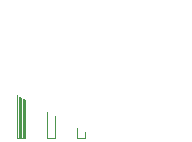
<source format=gbo>
G04 #@! TF.GenerationSoftware,KiCad,Pcbnew,9.0.1*
G04 #@! TF.CreationDate,2025-04-15T14:17:19+12:00*
G04 #@! TF.ProjectId,ESPFlash,45535046-6c61-4736-982e-6b696361645f,rev?*
G04 #@! TF.SameCoordinates,Original*
G04 #@! TF.FileFunction,Legend,Bot*
G04 #@! TF.FilePolarity,Positive*
%FSLAX46Y46*%
G04 Gerber Fmt 4.6, Leading zero omitted, Abs format (unit mm)*
G04 Created by KiCad (PCBNEW 9.0.1) date 2025-04-15 14:17:19*
%MOMM*%
%LPD*%
G01*
G04 APERTURE LIST*
G04 Aperture macros list*
%AMFreePoly0*
4,1,229,0.026192,0.903996,0.026383,0.903985,0.052383,0.901985,0.052573,0.901967,0.078573,0.898967,0.078944,0.898910,0.104944,0.893910,0.105167,0.893862,0.130167,0.887862,0.130300,0.887828,0.156300,0.880828,0.156756,0.880682,0.180756,0.871682,0.180923,0.871615,0.204923,0.861615,0.205083,0.861545,0.229083,0.850545,0.229460,0.850353,0.252460,0.837353,0.252684,0.837218,
0.296684,0.809218,0.297030,0.808977,0.318030,0.792977,0.318238,0.792810,0.338238,0.775810,0.338439,0.775630,0.357439,0.757630,0.357630,0.757439,0.375630,0.738439,0.375810,0.738238,0.392810,0.718238,0.392977,0.718030,0.408977,0.697030,0.409218,0.696684,0.437218,0.652684,0.437353,0.652460,0.450353,0.629460,0.450545,0.629083,0.461545,0.605083,0.461615,0.604923,
0.471615,0.580923,0.471682,0.580756,0.480682,0.556756,0.480828,0.556300,0.487828,0.530300,0.487862,0.530167,0.493862,0.505167,0.493910,0.504944,0.498910,0.478944,0.498967,0.478573,0.501967,0.452573,0.501985,0.452383,0.503985,0.426383,0.503996,0.426192,0.504996,0.400192,0.505000,0.400000,0.505000,-0.400000,0.504996,-0.400192,0.503996,-0.426192,0.503985,-0.426383,
0.501985,-0.452383,0.501967,-0.452573,0.498967,-0.478573,0.498910,-0.478944,0.493910,-0.504944,0.493862,-0.505167,0.487862,-0.530167,0.487828,-0.530300,0.480828,-0.556300,0.480682,-0.556756,0.471682,-0.580756,0.471615,-0.580923,0.461615,-0.604923,0.461545,-0.605083,0.450545,-0.629083,0.450353,-0.629460,0.437353,-0.652460,0.437218,-0.652684,0.409218,-0.696684,0.408977,-0.697030,
0.392977,-0.718030,0.392810,-0.718238,0.375810,-0.738238,0.375630,-0.738439,0.357630,-0.757439,0.357439,-0.757630,0.338439,-0.775630,0.338238,-0.775810,0.318238,-0.792810,0.318030,-0.792977,0.297030,-0.808977,0.296684,-0.809218,0.252684,-0.837218,0.252460,-0.837353,0.229460,-0.850353,0.229083,-0.850545,0.205083,-0.861545,0.204923,-0.861615,0.180923,-0.871615,0.180756,-0.871682,
0.156756,-0.880682,0.156300,-0.880828,0.130300,-0.887828,0.130167,-0.887862,0.105167,-0.893862,0.104944,-0.893910,0.078944,-0.898910,0.078573,-0.898967,0.052573,-0.901967,0.052383,-0.901985,0.026383,-0.903985,0.026192,-0.903996,0.000192,-0.904996,-0.000192,-0.904996,-0.026192,-0.903996,-0.026383,-0.903985,-0.052383,-0.901985,-0.052573,-0.901967,-0.078573,-0.898967,-0.078944,-0.898910,
-0.104944,-0.893910,-0.105167,-0.893862,-0.130167,-0.887862,-0.130300,-0.887828,-0.156300,-0.880828,-0.156756,-0.880682,-0.180756,-0.871682,-0.180923,-0.871615,-0.204923,-0.861615,-0.205083,-0.861545,-0.229083,-0.850545,-0.229460,-0.850353,-0.252460,-0.837353,-0.252684,-0.837218,-0.296684,-0.809218,-0.297030,-0.808977,-0.318030,-0.792977,-0.318238,-0.792810,-0.338238,-0.775810,-0.338439,-0.775630,
-0.357439,-0.757630,-0.357630,-0.757439,-0.375630,-0.738439,-0.375810,-0.738238,-0.392810,-0.718238,-0.392977,-0.718030,-0.408977,-0.697030,-0.409218,-0.696684,-0.437218,-0.652684,-0.437353,-0.652460,-0.450353,-0.629460,-0.450545,-0.629083,-0.461545,-0.605083,-0.461615,-0.604923,-0.471615,-0.580923,-0.471682,-0.580756,-0.480682,-0.556756,-0.480828,-0.556300,-0.487828,-0.530300,-0.487862,-0.530167,
-0.493862,-0.505167,-0.493910,-0.504944,-0.498910,-0.478944,-0.498967,-0.478573,-0.501967,-0.452573,-0.501985,-0.452383,-0.503985,-0.426383,-0.503996,-0.426192,-0.504996,-0.400192,-0.505000,-0.400000,-0.505000,0.400000,-0.504996,0.400192,-0.503996,0.426192,-0.503985,0.426383,-0.501985,0.452383,-0.501967,0.452573,-0.498967,0.478573,-0.498910,0.478944,-0.493910,0.504944,-0.493862,0.505167,
-0.487862,0.530167,-0.487828,0.530300,-0.480828,0.556300,-0.480682,0.556756,-0.471682,0.580756,-0.471615,0.580923,-0.461615,0.604923,-0.461545,0.605083,-0.450545,0.629083,-0.450353,0.629460,-0.437353,0.652460,-0.437218,0.652684,-0.409218,0.696684,-0.408977,0.697030,-0.392977,0.718030,-0.392810,0.718238,-0.375810,0.738238,-0.375630,0.738439,-0.357630,0.757439,-0.357439,0.757630,
-0.338439,0.775630,-0.338238,0.775810,-0.318238,0.792810,-0.318030,0.792977,-0.297030,0.808977,-0.296684,0.809218,-0.252684,0.837218,-0.252460,0.837353,-0.229460,0.850353,-0.229083,0.850545,-0.205083,0.861545,-0.204923,0.861615,-0.180923,0.871615,-0.180756,0.871682,-0.156756,0.880682,-0.156300,0.880828,-0.130300,0.887828,-0.130167,0.887862,-0.105167,0.893862,-0.104944,0.893910,
-0.078944,0.898910,-0.078573,0.898967,-0.052573,0.901967,-0.052383,0.901985,-0.026383,0.903985,-0.026192,0.903996,-0.000192,0.904996,0.000192,0.904996,0.026192,0.903996,0.026192,0.903996,$1*%
G04 Aperture macros list end*
%ADD10C,0.120000*%
%ADD11C,0.010000*%
%ADD12C,1.000000*%
%ADD13FreePoly0,90.000000*%
%ADD14C,0.650000*%
%ADD15O,2.176000X1.076000*%
%ADD16R,1.700000X1.700000*%
%ADD17O,1.700000X1.700000*%
%ADD18C,0.600000*%
G04 APERTURE END LIST*
D10*
X38500000Y-42790000D02*
X53860000Y-42790000D01*
X38500000Y-45450000D02*
X38500000Y-42790000D01*
X38560000Y-40080000D02*
X38560000Y-41350000D01*
X39450000Y-42460000D02*
X39450000Y-42790000D01*
X39450000Y-45450000D02*
X39450000Y-51450000D01*
X39450000Y-51450000D02*
X40210000Y-51450000D01*
X39510000Y-45450000D02*
X39510000Y-51450000D01*
X39630000Y-45450000D02*
X39630000Y-51450000D01*
X39750000Y-45450000D02*
X39750000Y-51450000D01*
X39830000Y-40080000D02*
X38560000Y-40080000D01*
X39870000Y-45450000D02*
X39870000Y-51450000D01*
X39990000Y-45450000D02*
X39990000Y-51450000D01*
X40110000Y-45450000D02*
X40110000Y-51450000D01*
X40210000Y-42460000D02*
X40210000Y-42790000D01*
X40210000Y-51450000D02*
X40210000Y-45450000D01*
X41100000Y-42790000D02*
X41100000Y-45450000D01*
X41990000Y-42392929D02*
X41990000Y-42790000D01*
X41990000Y-45450000D02*
X41990000Y-51450000D01*
X41990000Y-51450000D02*
X42750000Y-51450000D01*
X42750000Y-42392929D02*
X42750000Y-42790000D01*
X42750000Y-51450000D02*
X42750000Y-45450000D01*
X43640000Y-42790000D02*
X43640000Y-45450000D01*
X44530000Y-42392929D02*
X44530000Y-42790000D01*
X44530000Y-45450000D02*
X44530000Y-51450000D01*
X44530000Y-51450000D02*
X45290000Y-51450000D01*
X45290000Y-42392929D02*
X45290000Y-42790000D01*
X45290000Y-51450000D02*
X45290000Y-45450000D01*
X46180000Y-42790000D02*
X46180000Y-45450000D01*
X47070000Y-42392929D02*
X47070000Y-42790000D01*
X47070000Y-45450000D02*
X47070000Y-51450000D01*
X47070000Y-51450000D02*
X47830000Y-51450000D01*
X47830000Y-42392929D02*
X47830000Y-42790000D01*
X47830000Y-51450000D02*
X47830000Y-45450000D01*
X48720000Y-42790000D02*
X48720000Y-45450000D01*
X49610000Y-42392929D02*
X49610000Y-42790000D01*
X49610000Y-45450000D02*
X49610000Y-51450000D01*
X49610000Y-51450000D02*
X50370000Y-51450000D01*
X50370000Y-42392929D02*
X50370000Y-42790000D01*
X50370000Y-51450000D02*
X50370000Y-45450000D01*
X51260000Y-42790000D02*
X51260000Y-45450000D01*
X52150000Y-42392929D02*
X52150000Y-42790000D01*
X52150000Y-45450000D02*
X52150000Y-51450000D01*
X52150000Y-51450000D02*
X52910000Y-51450000D01*
X52910000Y-42392929D02*
X52910000Y-42790000D01*
X52910000Y-51450000D02*
X52910000Y-45450000D01*
X53860000Y-42790000D02*
X53860000Y-45450000D01*
X53860000Y-45450000D02*
X38500000Y-45450000D01*
%LPC*%
D11*
X64443500Y-31433500D02*
X64475500Y-31435500D01*
X64506500Y-31439500D01*
X64537500Y-31445500D01*
X64567500Y-31452500D01*
X64597500Y-31461500D01*
X64627500Y-31472500D01*
X64656500Y-31484500D01*
X64684500Y-31497500D01*
X64712500Y-31512500D01*
X64739500Y-31529500D01*
X64765500Y-31547500D01*
X64790500Y-31566500D01*
X64813500Y-31586500D01*
X64836500Y-31608500D01*
X64858500Y-31631500D01*
X64878500Y-31654500D01*
X64897500Y-31679500D01*
X64915500Y-31705500D01*
X64932500Y-31732500D01*
X64947500Y-31760500D01*
X64960500Y-31788500D01*
X64972500Y-31817500D01*
X64983500Y-31847500D01*
X64992500Y-31877500D01*
X64999500Y-31907500D01*
X65005500Y-31938500D01*
X65009500Y-31969500D01*
X65011500Y-32001500D01*
X65012500Y-32032500D01*
X65011500Y-32063500D01*
X65009500Y-32095500D01*
X65005500Y-32126500D01*
X64999500Y-32157500D01*
X64992500Y-32187500D01*
X64983500Y-32217500D01*
X64972500Y-32247500D01*
X64960500Y-32276500D01*
X64947500Y-32304500D01*
X64932500Y-32332500D01*
X64915500Y-32359500D01*
X64897500Y-32385500D01*
X64878500Y-32410500D01*
X64858500Y-32433500D01*
X64836500Y-32456500D01*
X64813500Y-32478500D01*
X64790500Y-32498500D01*
X64765500Y-32517500D01*
X64739500Y-32535500D01*
X64712500Y-32552500D01*
X64684500Y-32567500D01*
X64656500Y-32580500D01*
X64627500Y-32592500D01*
X64597500Y-32603500D01*
X64567500Y-32612500D01*
X64537500Y-32619500D01*
X64506500Y-32625500D01*
X64475500Y-32629500D01*
X64443500Y-32631500D01*
X64412500Y-32632500D01*
X64012500Y-32632500D01*
X63612500Y-32632500D01*
X63581500Y-32631500D01*
X63549500Y-32629500D01*
X63518500Y-32625500D01*
X63487500Y-32619500D01*
X63457500Y-32612500D01*
X63427500Y-32603500D01*
X63397500Y-32592500D01*
X63368500Y-32580500D01*
X63340500Y-32567500D01*
X63312500Y-32552500D01*
X63285500Y-32535500D01*
X63259500Y-32517500D01*
X63234500Y-32498500D01*
X63211500Y-32478500D01*
X63188500Y-32456500D01*
X63166500Y-32433500D01*
X63146500Y-32410500D01*
X63127500Y-32385500D01*
X63109500Y-32359500D01*
X63092500Y-32332500D01*
X63077500Y-32304500D01*
X63064500Y-32276500D01*
X63052500Y-32247500D01*
X63041500Y-32217500D01*
X63032500Y-32187500D01*
X63025500Y-32157500D01*
X63019500Y-32126500D01*
X63015500Y-32095500D01*
X63013500Y-32063500D01*
X63012500Y-32032500D01*
X63013500Y-32001500D01*
X63015500Y-31969500D01*
X63019500Y-31938500D01*
X63025500Y-31907500D01*
X63032500Y-31877500D01*
X63041500Y-31847500D01*
X63052500Y-31817500D01*
X63064500Y-31788500D01*
X63077500Y-31760500D01*
X63092500Y-31732500D01*
X63109500Y-31705500D01*
X63127500Y-31679500D01*
X63146500Y-31654500D01*
X63166500Y-31631500D01*
X63188500Y-31608500D01*
X63211500Y-31586500D01*
X63234500Y-31566500D01*
X63259500Y-31547500D01*
X63285500Y-31529500D01*
X63312500Y-31512500D01*
X63340500Y-31497500D01*
X63368500Y-31484500D01*
X63397500Y-31472500D01*
X63427500Y-31461500D01*
X63457500Y-31452500D01*
X63487500Y-31445500D01*
X63518500Y-31439500D01*
X63549500Y-31435500D01*
X63581500Y-31433500D01*
X63612500Y-31432500D01*
X64012500Y-31432500D01*
X64412500Y-31432500D01*
X64443500Y-31433500D01*
G36*
X64443500Y-31433500D02*
G01*
X64475500Y-31435500D01*
X64506500Y-31439500D01*
X64537500Y-31445500D01*
X64567500Y-31452500D01*
X64597500Y-31461500D01*
X64627500Y-31472500D01*
X64656500Y-31484500D01*
X64684500Y-31497500D01*
X64712500Y-31512500D01*
X64739500Y-31529500D01*
X64765500Y-31547500D01*
X64790500Y-31566500D01*
X64813500Y-31586500D01*
X64836500Y-31608500D01*
X64858500Y-31631500D01*
X64878500Y-31654500D01*
X64897500Y-31679500D01*
X64915500Y-31705500D01*
X64932500Y-31732500D01*
X64947500Y-31760500D01*
X64960500Y-31788500D01*
X64972500Y-31817500D01*
X64983500Y-31847500D01*
X64992500Y-31877500D01*
X64999500Y-31907500D01*
X65005500Y-31938500D01*
X65009500Y-31969500D01*
X65011500Y-32001500D01*
X65012500Y-32032500D01*
X65011500Y-32063500D01*
X65009500Y-32095500D01*
X65005500Y-32126500D01*
X64999500Y-32157500D01*
X64992500Y-32187500D01*
X64983500Y-32217500D01*
X64972500Y-32247500D01*
X64960500Y-32276500D01*
X64947500Y-32304500D01*
X64932500Y-32332500D01*
X64915500Y-32359500D01*
X64897500Y-32385500D01*
X64878500Y-32410500D01*
X64858500Y-32433500D01*
X64836500Y-32456500D01*
X64813500Y-32478500D01*
X64790500Y-32498500D01*
X64765500Y-32517500D01*
X64739500Y-32535500D01*
X64712500Y-32552500D01*
X64684500Y-32567500D01*
X64656500Y-32580500D01*
X64627500Y-32592500D01*
X64597500Y-32603500D01*
X64567500Y-32612500D01*
X64537500Y-32619500D01*
X64506500Y-32625500D01*
X64475500Y-32629500D01*
X64443500Y-32631500D01*
X64412500Y-32632500D01*
X64012500Y-32632500D01*
X63612500Y-32632500D01*
X63581500Y-32631500D01*
X63549500Y-32629500D01*
X63518500Y-32625500D01*
X63487500Y-32619500D01*
X63457500Y-32612500D01*
X63427500Y-32603500D01*
X63397500Y-32592500D01*
X63368500Y-32580500D01*
X63340500Y-32567500D01*
X63312500Y-32552500D01*
X63285500Y-32535500D01*
X63259500Y-32517500D01*
X63234500Y-32498500D01*
X63211500Y-32478500D01*
X63188500Y-32456500D01*
X63166500Y-32433500D01*
X63146500Y-32410500D01*
X63127500Y-32385500D01*
X63109500Y-32359500D01*
X63092500Y-32332500D01*
X63077500Y-32304500D01*
X63064500Y-32276500D01*
X63052500Y-32247500D01*
X63041500Y-32217500D01*
X63032500Y-32187500D01*
X63025500Y-32157500D01*
X63019500Y-32126500D01*
X63015500Y-32095500D01*
X63013500Y-32063500D01*
X63012500Y-32032500D01*
X63013500Y-32001500D01*
X63015500Y-31969500D01*
X63019500Y-31938500D01*
X63025500Y-31907500D01*
X63032500Y-31877500D01*
X63041500Y-31847500D01*
X63052500Y-31817500D01*
X63064500Y-31788500D01*
X63077500Y-31760500D01*
X63092500Y-31732500D01*
X63109500Y-31705500D01*
X63127500Y-31679500D01*
X63146500Y-31654500D01*
X63166500Y-31631500D01*
X63188500Y-31608500D01*
X63211500Y-31586500D01*
X63234500Y-31566500D01*
X63259500Y-31547500D01*
X63285500Y-31529500D01*
X63312500Y-31512500D01*
X63340500Y-31497500D01*
X63368500Y-31484500D01*
X63397500Y-31472500D01*
X63427500Y-31461500D01*
X63457500Y-31452500D01*
X63487500Y-31445500D01*
X63518500Y-31439500D01*
X63549500Y-31435500D01*
X63581500Y-31433500D01*
X63612500Y-31432500D01*
X64012500Y-31432500D01*
X64412500Y-31432500D01*
X64443500Y-31433500D01*
G37*
X64443500Y-40073500D02*
X64475500Y-40075500D01*
X64506500Y-40079500D01*
X64537500Y-40085500D01*
X64567500Y-40092500D01*
X64597500Y-40101500D01*
X64627500Y-40112500D01*
X64656500Y-40124500D01*
X64684500Y-40137500D01*
X64712500Y-40152500D01*
X64739500Y-40169500D01*
X64765500Y-40187500D01*
X64790500Y-40206500D01*
X64813500Y-40226500D01*
X64836500Y-40248500D01*
X64858500Y-40271500D01*
X64878500Y-40294500D01*
X64897500Y-40319500D01*
X64915500Y-40345500D01*
X64932500Y-40372500D01*
X64947500Y-40400500D01*
X64960500Y-40428500D01*
X64972500Y-40457500D01*
X64983500Y-40487500D01*
X64992500Y-40517500D01*
X64999500Y-40547500D01*
X65005500Y-40578500D01*
X65009500Y-40609500D01*
X65011500Y-40641500D01*
X65012500Y-40672500D01*
X65011500Y-40703500D01*
X65009500Y-40735500D01*
X65005500Y-40766500D01*
X64999500Y-40797500D01*
X64992500Y-40827500D01*
X64983500Y-40857500D01*
X64972500Y-40887500D01*
X64960500Y-40916500D01*
X64947500Y-40944500D01*
X64932500Y-40972500D01*
X64915500Y-40999500D01*
X64897500Y-41025500D01*
X64878500Y-41050500D01*
X64858500Y-41073500D01*
X64836500Y-41096500D01*
X64813500Y-41118500D01*
X64790500Y-41138500D01*
X64765500Y-41157500D01*
X64739500Y-41175500D01*
X64712500Y-41192500D01*
X64684500Y-41207500D01*
X64656500Y-41220500D01*
X64627500Y-41232500D01*
X64597500Y-41243500D01*
X64567500Y-41252500D01*
X64537500Y-41259500D01*
X64506500Y-41265500D01*
X64475500Y-41269500D01*
X64443500Y-41271500D01*
X64412500Y-41272500D01*
X64012500Y-41272500D01*
X63612500Y-41272500D01*
X63581500Y-41271500D01*
X63549500Y-41269500D01*
X63518500Y-41265500D01*
X63487500Y-41259500D01*
X63457500Y-41252500D01*
X63427500Y-41243500D01*
X63397500Y-41232500D01*
X63368500Y-41220500D01*
X63340500Y-41207500D01*
X63312500Y-41192500D01*
X63285500Y-41175500D01*
X63259500Y-41157500D01*
X63234500Y-41138500D01*
X63211500Y-41118500D01*
X63188500Y-41096500D01*
X63166500Y-41073500D01*
X63146500Y-41050500D01*
X63127500Y-41025500D01*
X63109500Y-40999500D01*
X63092500Y-40972500D01*
X63077500Y-40944500D01*
X63064500Y-40916500D01*
X63052500Y-40887500D01*
X63041500Y-40857500D01*
X63032500Y-40827500D01*
X63025500Y-40797500D01*
X63019500Y-40766500D01*
X63015500Y-40735500D01*
X63013500Y-40703500D01*
X63012500Y-40672500D01*
X63013500Y-40641500D01*
X63015500Y-40609500D01*
X63019500Y-40578500D01*
X63025500Y-40547500D01*
X63032500Y-40517500D01*
X63041500Y-40487500D01*
X63052500Y-40457500D01*
X63064500Y-40428500D01*
X63077500Y-40400500D01*
X63092500Y-40372500D01*
X63109500Y-40345500D01*
X63127500Y-40319500D01*
X63146500Y-40294500D01*
X63166500Y-40271500D01*
X63188500Y-40248500D01*
X63211500Y-40226500D01*
X63234500Y-40206500D01*
X63259500Y-40187500D01*
X63285500Y-40169500D01*
X63312500Y-40152500D01*
X63340500Y-40137500D01*
X63368500Y-40124500D01*
X63397500Y-40112500D01*
X63427500Y-40101500D01*
X63457500Y-40092500D01*
X63487500Y-40085500D01*
X63518500Y-40079500D01*
X63549500Y-40075500D01*
X63581500Y-40073500D01*
X63612500Y-40072500D01*
X64012500Y-40072500D01*
X64412500Y-40072500D01*
X64443500Y-40073500D01*
G36*
X64443500Y-40073500D02*
G01*
X64475500Y-40075500D01*
X64506500Y-40079500D01*
X64537500Y-40085500D01*
X64567500Y-40092500D01*
X64597500Y-40101500D01*
X64627500Y-40112500D01*
X64656500Y-40124500D01*
X64684500Y-40137500D01*
X64712500Y-40152500D01*
X64739500Y-40169500D01*
X64765500Y-40187500D01*
X64790500Y-40206500D01*
X64813500Y-40226500D01*
X64836500Y-40248500D01*
X64858500Y-40271500D01*
X64878500Y-40294500D01*
X64897500Y-40319500D01*
X64915500Y-40345500D01*
X64932500Y-40372500D01*
X64947500Y-40400500D01*
X64960500Y-40428500D01*
X64972500Y-40457500D01*
X64983500Y-40487500D01*
X64992500Y-40517500D01*
X64999500Y-40547500D01*
X65005500Y-40578500D01*
X65009500Y-40609500D01*
X65011500Y-40641500D01*
X65012500Y-40672500D01*
X65011500Y-40703500D01*
X65009500Y-40735500D01*
X65005500Y-40766500D01*
X64999500Y-40797500D01*
X64992500Y-40827500D01*
X64983500Y-40857500D01*
X64972500Y-40887500D01*
X64960500Y-40916500D01*
X64947500Y-40944500D01*
X64932500Y-40972500D01*
X64915500Y-40999500D01*
X64897500Y-41025500D01*
X64878500Y-41050500D01*
X64858500Y-41073500D01*
X64836500Y-41096500D01*
X64813500Y-41118500D01*
X64790500Y-41138500D01*
X64765500Y-41157500D01*
X64739500Y-41175500D01*
X64712500Y-41192500D01*
X64684500Y-41207500D01*
X64656500Y-41220500D01*
X64627500Y-41232500D01*
X64597500Y-41243500D01*
X64567500Y-41252500D01*
X64537500Y-41259500D01*
X64506500Y-41265500D01*
X64475500Y-41269500D01*
X64443500Y-41271500D01*
X64412500Y-41272500D01*
X64012500Y-41272500D01*
X63612500Y-41272500D01*
X63581500Y-41271500D01*
X63549500Y-41269500D01*
X63518500Y-41265500D01*
X63487500Y-41259500D01*
X63457500Y-41252500D01*
X63427500Y-41243500D01*
X63397500Y-41232500D01*
X63368500Y-41220500D01*
X63340500Y-41207500D01*
X63312500Y-41192500D01*
X63285500Y-41175500D01*
X63259500Y-41157500D01*
X63234500Y-41138500D01*
X63211500Y-41118500D01*
X63188500Y-41096500D01*
X63166500Y-41073500D01*
X63146500Y-41050500D01*
X63127500Y-41025500D01*
X63109500Y-40999500D01*
X63092500Y-40972500D01*
X63077500Y-40944500D01*
X63064500Y-40916500D01*
X63052500Y-40887500D01*
X63041500Y-40857500D01*
X63032500Y-40827500D01*
X63025500Y-40797500D01*
X63019500Y-40766500D01*
X63015500Y-40735500D01*
X63013500Y-40703500D01*
X63012500Y-40672500D01*
X63013500Y-40641500D01*
X63015500Y-40609500D01*
X63019500Y-40578500D01*
X63025500Y-40547500D01*
X63032500Y-40517500D01*
X63041500Y-40487500D01*
X63052500Y-40457500D01*
X63064500Y-40428500D01*
X63077500Y-40400500D01*
X63092500Y-40372500D01*
X63109500Y-40345500D01*
X63127500Y-40319500D01*
X63146500Y-40294500D01*
X63166500Y-40271500D01*
X63188500Y-40248500D01*
X63211500Y-40226500D01*
X63234500Y-40206500D01*
X63259500Y-40187500D01*
X63285500Y-40169500D01*
X63312500Y-40152500D01*
X63340500Y-40137500D01*
X63368500Y-40124500D01*
X63397500Y-40112500D01*
X63427500Y-40101500D01*
X63457500Y-40092500D01*
X63487500Y-40085500D01*
X63518500Y-40079500D01*
X63549500Y-40075500D01*
X63581500Y-40073500D01*
X63612500Y-40072500D01*
X64012500Y-40072500D01*
X64412500Y-40072500D01*
X64443500Y-40073500D01*
G37*
D12*
X60400000Y-24500000D03*
X53600000Y-24500000D03*
D13*
X64012500Y-40672500D03*
D14*
X60332500Y-39242500D03*
X60332500Y-33462500D03*
D13*
X64012500Y-32032500D03*
D15*
X59832500Y-40672500D03*
X59832500Y-32032500D03*
D16*
X39830000Y-41350000D03*
D17*
X42370000Y-41350000D03*
X44910000Y-41350000D03*
X47450000Y-41350000D03*
X49990000Y-41350000D03*
X52530000Y-41350000D03*
D18*
X47400000Y-35600000D03*
X45900000Y-35600000D03*
X46650000Y-35600000D03*
X46662500Y-36350000D03*
X47400000Y-36350000D03*
X45900000Y-36350000D03*
X47400000Y-37100000D03*
X46650000Y-37100000D03*
X45900000Y-37100000D03*
%LPD*%
M02*

</source>
